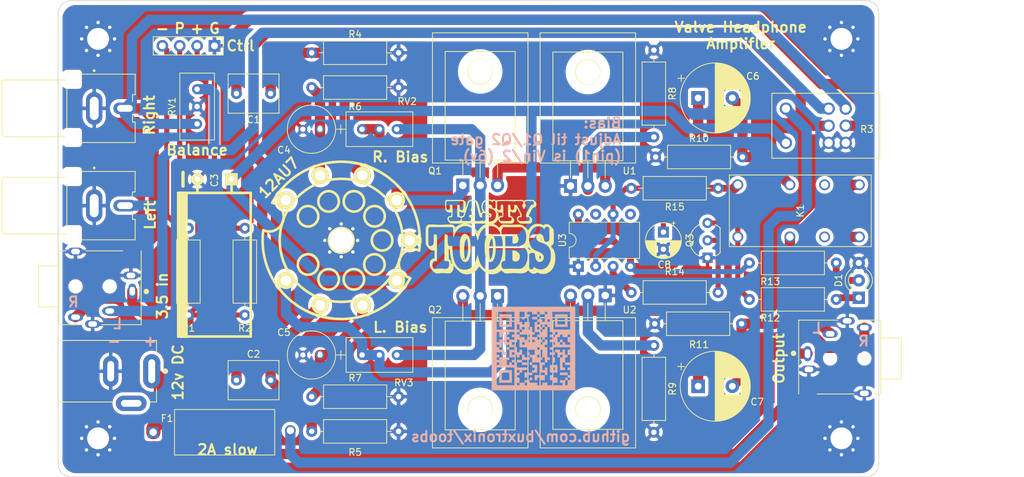
<source format=kicad_pcb>
(kicad_pcb (version 20211014) (generator pcbnew)
  (layers (0 "F.Cu" signal) (31 "B.Cu" signal) (34 "B.Paste" user) (35 "F.Paste" user) (36 "B.SilkS" user "B.Silkscreen") (37 "F.SilkS" user "F.Silkscreen") (38 "B.Mask" user) (39 "F.Mask" user) (44 "Edge.Cuts" user))
  (net 0 "")
  (net 1 "Net-(C1-Pad1)")
  (net 2 "Net-(C1-Pad2)")
  (net 3 "Net-(C2-Pad1)")
  (net 4 "GND")
  (net 5 "Net-(C4-Pad1)")
  (net 6 "Net-(C6-Pad1)")
  (net 7 "Net-(C7-Pad1)")
  (net 8 "Net-(C7-Pad2)")
  (net 9 "Net-(C8-Pad1)")
  (net 10 "Net-(F1-Pad2)")
  (net 11 "+12V")
  (net 13 "Net-(Q1-Pad1)")
  (net 14 "Net-(Q2-Pad1)")
  (net 15 "Net-(Q3-Pad2)")
  (net 16 "Net-(R8-Pad2)")
  (net 20 "Net-(D1-Pad2)")
  (net 22 "Net-(K1-Pad1)")
  (net 23 "Net-(D1-Pad1)")
  (net 24 "Net-(F1-Pad1)")
  (net 25 "Net-(J1-Pad2)")
  (net 26 "Net-(C2-Pad2)")
  (net 27 "Net-(C5-Pad1)")
  (net 28 "Net-(C6-Pad2)")
  (net 29 "Net-(J2-Pad2)")
  (net 30 "Net-(J3-Pad1)")
  (net 32 "Net-(J6-Pad2)")
  (net 33 "Net-(J6-Pad4)")
  (net 34 "Net-(R9-Pad2)")
  (net 35 "Net-(R14-Pad2)")
  (net 36 "Net-(J5-Pad2)")
  (net 37 "Net-(J5-Pad4)")
  (footprint "Package_TO_SOT_THT:TO-220-3_Horizontal_TabDown" (layer "F.Cu") (at 162.56 66.21145)
    (fp_text reference "U1")
    (fp_text value "LM317_TO-220")
  )
  (footprint "heatsink:heatsink_19x13mm" (layer "F.Cu") (at 149.352 94.996 180)
    (fp_text reference "HS2" hide)
    (fp_text value "Heatsink")
  )
  (footprint "Resistor_THT:R_Axial_DIN0309_L9.0mm_D3.2mm_P12.70mm_Horizontal" (layer "F.Cu") (at 174.877349 86.36)
    (fp_text reference "R11")
    (fp_text value "1k")
  )
  (footprint "Resistor_THT:R_Axial_DIN0309_L9.0mm_D3.2mm_P12.70mm_Horizontal" (layer "F.Cu") (at 124.714 51.816)
    (fp_text reference "R6")
    (fp_text value "150")
  )
  (footprint "Resistor_THT:R_Axial_DIN0309_L9.0mm_D3.2mm_P12.70mm_Horizontal" (layer "F.Cu") (at 174.752 102.235 90)
    (fp_text reference "R9")
    (fp_text value "10")
  )
  (footprint "Resistor_THT:R_Axial_DIN0309_L9.0mm_D3.2mm_P12.70mm_Horizontal" (layer "F.Cu") (at 175.006 61.976)
    (fp_text reference "R10")
    (fp_text value "1k")
  )
  (footprint "rca:CUI_RCJ-042" (layer "F.Cu") (at 88.9 54.864 180)
    (fp_text reference "J1" hide)
    (fp_text value "RCJ-042")
    (fp_line (start -1.7 -5.15) (end -1.7 -3.35) (layer "Edge.Cuts") (width 0.01))
    (fp_line (start -1.7 -3.35) (end 0 -3.35) (layer "Edge.Cuts") (width 0.01))
    (fp_line (start -1.7 5.15) (end 0 5.15) (layer "Edge.Cuts") (width 0.01))
    (fp_line (start 0 3.35) (end -1.7 3.35) (layer "Edge.Cuts") (width 0.01))
    (fp_line (start 0 -3.35) (end 0 -5.15) (layer "Edge.Cuts") (width 0.01))
    (fp_line (start 0 -5.15) (end -1.7 -5.15) (layer "Edge.Cuts") (width 0.01))
    (fp_line (start 0 5.15) (end 0 3.35) (layer "Edge.Cuts") (width 0.01))
    (fp_line (start -1.7 3.35) (end -1.7 5.15) (layer "Edge.Cuts") (width 0.01))
  )
  (footprint "footprints:PC323-12L-X" (layer "F.Cu") (at 187.0251 73.66 90)
    (fp_text reference "K1")
    (fp_text value "6-1462034-7" hide)
  )
  (footprint "Resistor_THT:R_Axial_DIN0309_L9.0mm_D3.2mm_P12.70mm_Horizontal" (layer "F.Cu") (at 114.935 72.39 -90)
    (fp_text reference "R2")
    (fp_text value "1k")
  )
  (footprint "Resistor_THT:R_Axial_DIN0309_L9.0mm_D3.2mm_P12.70mm_Horizontal" (layer "F.Cu") (at 201.422 82.804 180)
    (fp_text reference "R12")
    (fp_text value "1k")
  )
  (footprint "w_capacitors:CP_10x20mm_horiz-L" (layer "F.Cu") (at 110.49 65.22975 90)
    (fp_text reference "C3")
    (fp_text value "1000u" hide)
  )
  (footprint "Resistor_THT:R_Axial_DIN0309_L9.0mm_D3.2mm_P12.70mm_Horizontal" (layer "F.Cu") (at 174.752 46.355 -90)
    (fp_text reference "R8")
    (fp_text value "10")
  )
  (footprint "Resistor_THT:R_Axial_DIN0309_L9.0mm_D3.2mm_P12.70mm_Horizontal" (layer "F.Cu") (at 124.714 46.736)
    (fp_text reference "R4")
    (fp_text value "100k")
  )
  (footprint "Connector_PinHeader_2.54mm:PinHeader_1x04_P2.54mm_Vertical" (layer "F.Cu") (at 110.49 45.72 -90)
    (fp_text reference "J5" hide)
    (fp_text value "Conn_01x04")
  )
  (footprint "Resistor_THT:R_Axial_DIN0309_L9.0mm_D3.2mm_P12.70mm_Horizontal" (layer "F.Cu") (at 124.714 102.108)
    (fp_text reference "R5")
    (fp_text value "100k")
  )
  (footprint "MountingHole:MountingHole_3.2mm_M3_Pad_Via" (layer "F.Cu") (at 202.184 103.124)
    (fp_text reference "H4" hide)
    (fp_text value "MountingHole_Pad")
  )
  (footprint "Resistor_THT:R_Axial_DIN0309_L9.0mm_D3.2mm_P12.70mm_Horizontal" (layer "F.Cu") (at 184.15 66.548 180)
    (fp_text reference "R15")
    (fp_text value "47k")
  )
  (footprint "Resistor_THT:R_Axial_DIN0309_L9.0mm_D3.2mm_P12.70mm_Horizontal" (layer "F.Cu") (at 106.68 72.39 -90)
    (fp_text reference "R1")
    (fp_text value "1k")
  )
  (footprint "MountingHole:MountingHole_3.2mm_M3_Pad_Via" (layer "F.Cu") (at 129.032 74.168)
    (fp_text reference "H5" hide)
    (fp_text value "MountingHole_Pad")
  )
  (footprint "MountingHole:MountingHole_3.2mm_M3_Pad_Via" (layer "F.Cu") (at 93.472 103.124)
    (fp_text reference "H3" hide)
    (fp_text value "MountingHole_Pad")
  )
  (footprint "Capacitor_THT:CP_Radial_D10.0mm_P5.00mm" (layer "F.Cu") (at 181.227349 53.34)
    (fp_text reference "C6")
    (fp_text value "470u")
  )
  (footprint "rubycon:25ZL100MEFCT16.3X11" (layer "F.Cu") (at 125.923113 90.932 180)
    (fp_text reference "C5")
    (fp_text value "100u" hide)
  )
  (footprint "Capacitor_THT:CP_Radial_D5.0mm_P2.50mm" (layer "F.Cu") (at 176.144 72.962888 -90)
    (fp_text reference "C8")
    (fp_text value "47u")
  )
  (footprint "Capacitor_THT:C_Rect_L7.2mm_W5.5mm_P5.00mm_FKS2_FKP2_MKS2_MKP2" (layer "F.Cu") (at 113.705 94.615)
    (fp_text reference "C2")
    (fp_text value "2.2u")
  )
  (footprint "heatsink:heatsink_19x13mm" (layer "F.Cu") (at 165.1 53.34)
    (fp_text reference "HS4" hide)
    (fp_text value "Heatsink")
  )
  (footprint "fuses:3JS 1-R" (layer "F.Cu") (at 101.524 102.235)
    (fp_text reference "F1")
    (fp_text value "3JS-2-R" hide)
  )
  (footprint "rubycon:25ZL100MEFCT16.3X11" (layer "F.Cu") (at 125.923113 57.912 180)
    (fp_text reference "C4")
    (fp_text value "100u" hide)
  )
  (footprint "rca:CUI_RCJ-043" (layer "F.Cu") (at 88.9 69.088 180)
    (fp_text reference "J2" hide)
    (fp_text value "RCJ-043")
    (fp_line (start 0 -3.35) (end 0 -5.15) (layer "Edge.Cuts") (width 0.01))
    (fp_line (start -1.7 3.35) (end -1.7 5.15) (layer "Edge.Cuts") (width 0.01))
    (fp_line (start -1.7 -5.15) (end -1.7 -3.35) (layer "Edge.Cuts") (width 0.01))
    (fp_line (start -1.7 5.15) (end 0 5.15) (layer "Edge.Cuts") (width 0.01))
    (fp_line (start 0 -5.15) (end -1.7 -5.15) (layer "Edge.Cuts") (width 0.01))
    (fp_line (start 0 3.35) (end -1.7 3.35) (layer "Edge.Cuts") (width 0.01))
    (fp_line (start -1.7 -3.35) (end 0 -3.35) (layer "Edge.Cuts") (width 0.01))
    (fp_line (start 0 5.15) (end 0 3.35) (layer "Edge.Cuts") (width 0.01))
  )
  (footprint "Package_DIP:DIP-8_W7.62mm" (layer "F.Cu") (at 163.708 77.968 90)
    (fp_text reference "U3")
    (fp_text value "NE555P")
  )
  (footprint "heatsink:heatsink_19x13mm" (layer "F.Cu") (at 165.1 94.996 180)
    (fp_text reference "HS3" hide)
    (fp_text value "Heatsink")
  )
  (footprint "Potentiometer_THT:Potentiometer_Bourns_3296W_Vertical" (layer "F.Cu") (at 107.95 52.06 90)
    (fp_text reference "RV1")
    (fp_text value "50k")
  )
  (footprint "pot:TRIM_PTR902-1020K-A502" (layer "F.Cu") (at 200.312 57.404)
    (fp_text reference "R3")
    (fp_text value "PTR902-1020K-A502")
  )
  (footprint "Package_TO_SOT_THT:TO-92_Inline_Wide" (layer "F.Cu") (at 182.6 76.708 90)
    (fp_text reference "Q3")
    (fp_text value "SSN1N45")
  )
  (footprint "Package_TO_SOT_THT:TO-220-3_Horizontal_TabDown" (layer "F.Cu") (at 146.812 66.126)
    (fp_text reference "Q1")
    (fp_text value "IRF610")
  )
  (footprint "Package_TO_SOT_THT:TO-220-3_Horizontal_TabDown" (layer "F.Cu") (at 167.64 82.225 180)
    (fp_text reference "U2")
    (fp_text value "LM317_TO-220")
  )
  (footprint "Package_TO_SOT_THT:TO-220-3_Horizontal_TabDown" (layer "F.Cu") (at 151.892 82.296 180)
    (fp_text reference "Q2")
    (fp_text value "IRF610")
  )
  (footprint "3:CUI_SJ-435107" (layer "F.Cu") (at 93.7725 80.899)
    (fp_text reference "J3" hide)
    (fp_text value "SJ-435107")
  )
  (footprint "Resistor_THT:R_Axial_DIN0309_L9.0mm_D3.2mm_P12.70mm_Horizontal" (layer "F.Cu") (at 184.15 81.788 180)
    (fp_text reference "R14")
    (fp_text value "270")
  )
  (footprint "Resistor_THT:R_Axial_DIN0309_L9.0mm_D3.2mm_P12.70mm_Horizontal" (layer "F.Cu") (at 124.714 97.028)
    (fp_text reference "R7")
    (fp_text value "150")
  )
  (footprint "LOGO" (layer "F.Cu") (at 150.876 73.66)
    (fp_text reference "G***" hide)
    (fp_text value "LOGO" hide)
  )
  (footprint "Potentiometer_THT:Potentiometer_Bourns_3296W_Vertical" (layer "F.Cu") (at 132.08 90.932 180)
    (fp_text reference "RV3")
    (fp_text value "50k")
  )
  (footprint "Resistor_THT:R_Axial_DIN0309_L9.0mm_D3.2mm_P12.70mm_Horizontal" (layer "F.Cu") (at 201.422 77.47 180)
    (fp_text reference "R13")
    (fp_text value "1k")
  )
  (footprint "Potentiometer_THT:Potentiometer_Bourns_3296W_Vertical" (layer "F.Cu") (at 132.07 57.912 180)
    (fp_text reference "RV2")
    (fp_text value "50k")
  )
  (footprint "LED_THT:LED_D3.0mm-3" (layer "F.Cu") (at 204.724 82.56 90)
    (fp_text reference "D1")
    (fp_text value "LED_Dual_AAC")
  )
  (footprint "3:CUI_SJ-435107" (layer "F.Cu") (at 201.93 91.44 180)
    (fp_text reference "J6" hide)
    (fp_text value "SJ-435107")
  )
  (footprint "MountingHole:MountingHole_3.2mm_M3_Pad_Via" (layer "F.Cu") (at 202.184 44.704)
    (fp_text reference "H2" hide)
    (fp_text value "MountingHole_Pad")
  )
  (footprint "Capacitor_THT:C_Rect_L7.2mm_W5.5mm_P5.00mm_FKS2_FKP2_MKS2_MKP2" (layer "F.Cu") (at 113.705 52.705)
    (fp_text reference "C1")
    (fp_text value "2.2u")
  )
  (footprint "MountingHole:MountingHole_3.2mm_M3_Pad_Via" (layer "F.Cu") (at 93.472 44.704)
    (fp_text reference "H1" hide)
    (fp_text value "MountingHole_Pad")
  )
  (footprint "12au7:socket_gzc9-b" (layer "F.Cu") (at 129.032 74.168 -90)
    (fp_text reference "V1" hide)
    (fp_text value "12AU7")
  )
  (footprint "power:CUI_PJ-002AH" (layer "F.Cu") (at 101.3165 93.305 180)
    (fp_text reference "J4" hide)
    (fp_text value "PJ-002AH")
  )
  (footprint "heatsink:heatsink_19x13mm" (layer "F.Cu") (at 149.352 53.34)
    (fp_text reference "HS1" hide)
    (fp_text value "Heatsink")
  )
  (footprint "Capacitor_THT:CP_Radial_D10.0mm_P5.00mm" (layer "F.Cu") (at 181.227349 95.504)
    (fp_text reference "C7")
    (fp_text value "470u")
  )
  (gr_line (start 152.153938 86.817729) (end 152.153938 86.817729) (layer "B.SilkS") (width 0.025929))
  (gr_poly (pts (xy 162.136667 93.874166) (xy 161.025416 93.874166) (xy 161.025416 93.50375) (xy 162.136667 93.50375)) (layer "B.SilkS") (width 0.008) (fill solid))
  (gr_line (start 160.303104 85.002688) (end 162.118145 85.002688) (layer "B.SilkS") (width 0.025929))
  (gr_line (start 162.118145 85.002688) (end 162.118145 85.002688) (layer "B.SilkS") (width 0.025929))
  (gr_line (start 152.153938 85.002688) (end 153.968979 85.002688) (layer "B.SilkS") (width 0.025929))
  (gr_line (start 162.118145 85.002688) (end 162.118145 86.817729) (layer "B.SilkS") (width 0.025929))
  (gr_line (start 153.968979 94.966895) (end 152.153938 94.966895) (layer "B.SilkS") (width 0.025929))
  (gr_line (start 153.968979 85.002688) (end 153.968979 86.817729) (layer "B.SilkS") (width 0.025929))
  (gr_line (start 160.303104 86.817729) (end 160.303104 85.002688) (layer "B.SilkS") (width 0.025929))
  (gr_poly (pts (xy 156.950833 93.874166) (xy 156.21 93.874166) (xy 156.21 94.244583) (xy 155.839584 94.244583) (xy 155.839584 93.50375) (xy 156.950833 93.50375)) (layer "B.SilkS") (width 0.008) (fill solid))
  (gr_poly (pts (xy 156.950833 94.615) (xy 156.580417 94.615) (xy 156.580417 94.244583) (xy 156.950833 94.244583)) (layer "B.SilkS") (width 0.008) (fill solid))
  (gr_line (start 153.968979 93.151854) (end 153.968979 94.966895) (layer "B.SilkS") (width 0.025929))
  (gr_line (start 152.153938 94.966895) (end 152.153938 93.151854) (layer "B.SilkS") (width 0.025929))
  (gr_poly (pts (xy 156.21 92.3925) (xy 155.469167 92.3925) (xy 155.469167 92.022083) (xy 156.21 92.022083)) (layer "B.SilkS") (width 0.008) (fill solid))
  (gr_line (start 152.153938 86.817729) (end 152.153938 85.002688) (layer "B.SilkS") (width 0.025929))
  (gr_line (start 152.153938 94.966895) (end 152.153938 94.966895) (layer "B.SilkS") (width 0.025929))
  (gr_poly (pts (xy 158.802916 94.615) (xy 158.062083 94.615) (xy 158.062083 94.244583) (xy 157.691666 94.244583) (xy 157.691666 94.615) (xy 157.32125 94.615) (xy 157.32125 93.874166) (xy 158.802916 93.874166)) (layer "B.SilkS") (width 0.008) (fill solid))
  (gr_poly (pts (xy 163.247916 96.096666) (xy 151.024167 96.096666) (xy 151.024167 95.355833) (xy 151.765 95.355833) (xy 154.357917 95.355833) (xy 154.728334 95.355833) (xy 155.09875 95.355833) (xy 155.839584 95.355833) (xy 156.21 95.355833) (xy 156.21 94.985417) (xy 155.839584 94.985417) (xy 155.839584 95.355833) (xy 155.09875 95.355833) (xy 155.09875 94.985417) (xy 154.728334 94.985417) (xy 154.728334 95.355833) (xy 154.357917 95.355833) (xy 154.357917 94.244583) (xy 154.728334 94.244583) (xy 155.09875 94.244583) (xy 155.09875 94.985417) (xy 155.839584 94.985417) (xy 155.839584 94.615) (xy 156.580417 94.615) (xy 156.580417 94.985417) (xy 157.691666 94.985417) (xy 157.691666 95.355833) (xy 158.4325 95.355833) (xy 158.4325 94.985417) (xy 159.173333 94.985417) (xy 159.173333 95.355833) (xy 161.395833 95.355833) (xy 161.76625 95.355833) (xy 162.136667 95.355833) (xy 162.136667 94.615) (xy 162.507083 94.615) (xy 162.507083 94.244583) (xy 162.136667 94.244583) (xy 162.136667 94.615) (xy 161.76625 94.615) (xy 161.76625 95.355833) (xy 161.395833 95.355833) (xy 161.395833 94.985417) (xy 161.025416 94.985417) (xy 161.025416 94.615) (xy 161.76625 94.615) (xy 161.76625 94.244583) (xy 162.136667 94.244583) (xy 162.136667 93.874166) (xy 162.507083 93.874166) (xy 162.507083 93.133333) (xy 162.136667 93.133333) (xy 162.136667 92.762916) (xy 162.507083 92.762916) (xy 162.507083 92.3925) (xy 161.76625 92.3925) (xy 161.76625 92.022083) (xy 162.507083 92.022083) (xy 162.507083 90.910833) (xy 162.136667 90.910833) (xy 162.136667 91.28125) (xy 161.76625 91.28125) (xy 161.76625 92.022083) (xy 161.395833 92.022083) (xy 161.395833 92.762916) (xy 161.76625 92.762916) (xy 161.76625 93.133333) (xy 161.025416 93.133333) (xy 161.025416 91.28125) (xy 161.395833 91.28125) (xy 161.395833 90.910833) (xy 161.025416 90.910833) (xy 161.025416 91.28125) (xy 160.655 91.28125) (xy 160.655 90.540416) (xy 160.284583 90.540416) (xy 160.284583 90.17) (xy 161.025416 90.17) (xy 161.025416 90.540416) (xy 161.395833 90.540416) (xy 161.395833 90.17) (xy 161.76625 90.17) (xy 161.76625 90.910833) (xy 162.136667 90.910833) (xy 162.136667 90.17) (xy 162.507083 90.17) (xy 162.507083 89.799583) (xy 159.914166 89.799583) (xy 159.914166 89.429167) (xy 160.284583 89.429167) (xy 161.025416 89.429167) (xy 161.395833 89.429167) (xy 161.395833 89.05875) (xy 161.025416 89.05875) (xy 161.025416 89.429167) (xy 160.284583 89.429167) (xy 160.284583 89.05875) (xy 160.655 89.05875) (xy 161.025416 89.05875) (xy 161.025416 88.688334) (xy 161.395833 88.688334) (xy 161.395833 89.05875) (xy 161.76625 89.05875) (xy 161.76625 89.429167) (xy 162.507083 89.429167) (xy 162.507083 89.05875) (xy 162.136667 89.05875) (xy 162.136667 88.317917) (xy 162.507083 88.317917) (xy 162.507083 87.9475) (xy 162.136667 87.9475) (xy 162.136667 88.317917) (xy 161.395833 88.317917) (xy 161.395833 87.9475) (xy 161.025416 87.9475) (xy 161.025416 88.317917) (xy 160.655 88.317917) (xy 160.655 89.05875) (xy 160.284583 89.05875) (xy 159.54375 89.05875) (xy 159.54375 88.688334) (xy 159.914166 88.688334) (xy 159.914166 88.317917) (xy 160.284583 88.317917) (xy 160.284583 87.9475) (xy 160.655 87.9475) (xy 160.655 87.577084) (xy 160.284583 87.577084) (xy 160.284583 87.9475) (xy 159.914166 87.9475) (xy 159.914166 88.317917) (xy 159.54375 88.317917) (xy 159.54375 87.9475) (xy 159.914166 87.9475) (xy 159.914166 87.577084) (xy 159.54375 87.577084) (xy 159.54375 87.206667) (xy 159.914166 87.206667) (xy 162.507083 87.206667) (xy 162.507083 84.61375) (xy 159.914166 84.61375) (xy 159.914166 87.206667) (xy 159.54375 87.206667) (xy 159.54375 86.83625) (xy 159.173333 86.83625) (xy 159.173333 88.317917) (xy 158.802916 88.317917) (xy 158.802916 88.688334) (xy 159.173333 88.688334) (xy 159.173333 89.429167) (xy 158.802916 89.429167) (xy 158.802916 89.799583) (xy 159.173333 89.799583) (xy 159.173333 91.28125) (xy 159.54375 91.28125) (xy 159.54375 91.651666) (xy 159.173333 91.651666) (xy 159.173333 92.022083) (xy 158.802916 92.022083) (xy 158.802916 92.3925) (xy 158.4325 92.3925) (xy 158.4325 93.133333) (xy 158.802916 93.133333) (xy 158.802916 92.762916) (xy 159.173333 92.762916) (xy 159.173333 93.874166) (xy 158.802916 93.874166) (xy 158.802916 93.50375) (xy 158.062083 93.50375) (xy 158.062083 92.022083) (xy 158.802916 92.022083) (xy 158.802916 91.28125) (xy 158.4325 91.28125) (xy 158.4325 91.651666) (xy 158.062083 91.651666) (xy 158.062083 92.022083) (xy 156.950833 92.022083) (xy 156.950833 91.28125) (xy 157.691666 91.28125) (xy 158.4325 91.28125) (xy 158.4325 90.17) (xy 158.062083 90.17) (xy 158.062083 90.910833) (xy 157.691666 90.910833) (xy 157.691666 91.28125) (xy 156.950833 91.28125) (xy 156.580417 91.28125) (xy 156.580417 91.651666) (xy 155.469167 91.651666) (xy 155.469167 92.022083) (xy 154.728334 92.022083) (xy 154.728334 92.762916) (xy 156.21 92.762916) (xy 156.21 93.133333) (xy 155.469167 93.133333) (xy 155.469167 93.50375) (xy 155.09875 93.50375) (xy 155.09875 93.874166) (xy 154.728334 93.874166) (xy 154.728334 94.244583) (xy 154.357917 94.244583) (xy 154.357917 93.50375) (xy 154.728334 93.50375) (xy 155.09875 93.50375) (xy 155.09875 93.133333) (xy 154.728334 93.133333) (xy 154.728334 93.50375) (xy 154.357917 93.50375) (xy 154.357917 92.762916) (xy 151.765 92.762916) (xy 151.765 95.355833) (xy 151.024167 95.355833) (xy 151.024167 92.3925) (xy 151.765 92.3925) (xy 152.135417 92.3925) (xy 153.246667 92.3925) (xy 153.617084 92.3925) (xy 153.9875 92.3925) (xy 154.357917 92.3925) (xy 154.357917 92.022083) (xy 153.9875 92.022083) (xy 153.9875 92.3925) (xy 153.617084 92.3925) (xy 153.617084 92.022083) (xy 153.9875 92.022083) (xy 153.9875 91.651666) (xy 154.357917 91.651666) (xy 154.357917 92.022083) (xy 154.728334 92.022083) (xy 154.728334 91.651666) (xy 155.469167 91.651666) (xy 155.469167 90.910833) (xy 155.09875 90.910833) (xy 155.09875 91.28125) (xy 154.728334 91.28125) (xy 154.728334 90.910833) (xy 154.357917 90.910833) (xy 154.357917 91.28125) (xy 153.617084 91.28125) (xy 153.617084 91.651666) (xy 153.246667 91.651666) (xy 153.246667 92.3925) (xy 152.135417 92.3925) (xy 152.135417 92.022083) (xy 151.765 92.022083) (xy 151.765 92.3925) (xy 151.024167 92.3925) (xy 151.024167 91.651666) (xy 151.765 91.651666) (xy 152.135417 91.651666) (xy 152.135417 91.28125) (xy 151.765 91.28125) (xy 151.765 91.651666) (xy 151.024167 91.651666) (xy 151.024167 90.910833) (xy 151.765 90.910833) (xy 152.135417 90.910833) (xy 152.135417 91.28125) (xy 153.617084 91.28125) (xy 153.617084 90.910833) (xy 153.9875 90.910833) (xy 154.357917 90.910833) (xy 154.357917 90.540416) (xy 153.9875 90.540416) (xy 153.9875 90.910833) (xy 153.617084 90.910833) (xy 153.617084 90.17) (xy 154.357917 90.17) (xy 154.357917 89.799583) (xy 153.617084 89.799583) (xy 153.617084 90.17) (xy 153.246667 90.17) (xy 153.246667 89.799583) (xy 153.617084 89.799583) (xy 153.617084 89.429167) (xy 153.9875 89.429167) (xy 154.357917 89.429167) (xy 154.357917 89.799583) (xy 154.728334 89.799583) (xy 154.728334 90.540416) (xy 155.09875 90.540416) (xy 155.09875 90.17) (xy 155.469167 90.17) (xy 155.469167 90.910833) (xy 155.839584 90.910833) (xy 155.839584 91.28125) (xy 156.580417 91.28125) (xy 156.580417 90.910833) (xy 157.32125 90.910833) (xy 157.32125 90.17) (xy 157.691666 90.17) (xy 158.062083 90.17) (xy 158.062083 89.799583) (xy 157.691666 89.799583) (xy 157.691666 90.17) (xy 157.32125 90.17) (xy 156.21 90.17) (xy 156.21 89.799583) (xy 155.09875 89.799583) (xy 155.09875 89.429167) (xy 155.469167 89.429167) (xy 155.839584 89.429167) (xy 158.062083 89.429167) (xy 158.4325 89.429167) (xy 158.4325 89.05875) (xy 158.802916 89.05875) (xy 158.802916 88.688334) (xy 158.4325 88.688334) (xy 158.4325 89.05875) (xy 158.062083 89.05875) (xy 158.062083 89.429167) (xy 155.839584 89.429167) (xy 155.839584 89.05875) (xy 156.21 89.05875) (xy 156.580417 89.05875) (xy 156.950833 89.05875) (xy 157.32125 89.05875) (xy 157.32125 88.688334) (xy 157.691666 88.688334) (xy 158.4325 88.688334) (xy 158.4325 88.317917) (xy 157.691666 88.317917) (xy 157.691666 88.688334) (xy 157.32125 88.688334) (xy 156.950833 88.688334) (xy 156.950833 89.05875) (xy 156.580417 89.05875) (xy 156.580417 88.688334) (xy 156.21 88.688334) (xy 156.21 89.05875) (xy 155.839584 89.05875) (xy 155.469167 89.05875) (xy 155.469167 89.429167) (xy 155.09875 89.429167) (xy 155.09875 88.688334) (xy 154.728334 88.688334) (xy 154.728334 89.05875) (xy 153.9875 89.05875) (xy 153.9875 89.429167) (xy 153.617084 89.429167) (xy 152.87625 89.429167) (xy 152.87625 89.05875) (xy 153.246667 89.05875) (xy 153.617084 89.05875) (xy 153.617084 88.688334) (xy 153.246667 88.688334) (xy 153.246667 89.05875) (xy 152.87625 89.05875) (xy 152.505834 89.05875) (xy 152.505834 89.799583) (xy 152.135417 89.799583) (xy 152.135417 90.17) (xy 152.87625 90.17) (xy 152.87625 90.540416) (xy 153.246667 90.540416) (xy 153.246667 90.910833) (xy 152.505834 90.910833) (xy 152.505834 90.540416) (xy 151.765 90.540416) (xy 151.765 90.910833) (xy 151.024167 90.910833) (xy 151.024167 89.799583) (xy 151.765 89.799583) (xy 152.135417 89.799583) (xy 152.135417 89.429167) (xy 151.765 89.429167) (xy 151.765 89.799583) (xy 151.024167 89.799583) (xy 151.024167 89.05875) (xy 151.765 89.05875) (xy 152.135417 89.05875) (xy 152.135417 88.688334) (xy 152.87625 88.688334) (xy 152.87625 88.317917) (xy 153.246667 88.317917) (xy 153.617084 88.317917) (xy 153.617084 88.688334) (xy 154.357917 88.688334) (xy 154.357917 88.317917) (xy 155.09875 88.317917) (xy 155.839584 88.317917) (xy 155.839584 88.688334) (xy 156.21 88.688334) (xy 156.21 88.317917) (xy 156.580417 88.317917) (xy 156.950833 88.317917) (xy 157.691666 88.317917) (xy 157.691666 87.9475) (xy 158.062083 87.9475) (xy 158.062083 87.577084) (xy 158.4325 87.577084) (xy 158.4325 87.206667) (xy 158.802916 87.206667) (xy 158.802916 86.83625) (xy 159.173333 86.83625) (xy 159.173333 86.465834) (xy 158.802916 86.465834) (xy 158.802916 86.83625) (xy 158.4325 86.83625) (xy 158.4325 87.206667) (xy 158.062083 87.206667) (xy 158.062083 87.577084) (xy 157.32125 87.577084) (xy 157.32125 87.9475) (xy 156.950833 87.9475) (xy 156.950833 88.317917) (xy 156.580417 88.317917) (xy 156.580417 87.9475) (xy 155.09875 87.9475) (xy 155.09875 88.317917) (xy 154.357917 88.317917) (xy 153.9875 88.317917) (xy 153.9875 87.9475) (xy 154.357917 87.9475) (xy 154.728334 87.9475) (xy 155.09875 87.9475) (xy 155.09875 87.577084) (xy 155.469167 87.577084) (xy 155.469167 87.206667) (xy 155.839584 87.206667) (xy 156.21 87.206667) (xy 156.580417 87.206667) (xy 156.580417 86.83625) (xy 156.21 86.83625) (xy 156.21 87.206667) (xy 155.839584 87.206667) (xy 155.839584 86.83625) (xy 155.469167 86.83625) (xy 155.469167 87.206667) (xy 155.09875 87.206667) (xy 155.09875 87.577084) (xy 154.728334 87.577084) (xy 154.728334 87.9475) (xy 154.357917 87.9475) (xy 154.357917 87.577084) (xy 153.617084 87.577084) (xy 153.617084 87.9475) (xy 153.246667 87.9475) (xy 153.246667 88.317917) (xy 152.87625 88.317917) (xy 152.87625 87.9475) (xy 153.246667 87.9475) (xy 153.246667 87.577084) (xy 152.87625 87.577084) (xy 152.87625 87.9475) (xy 152.505834 87.9475) (xy 152.505834 88.317917) (xy 152.135417 88.317917) (xy 152.135417 87.577084) (xy 151.765 87.577084) (xy 151.765 89.05875) (xy 151.024167 89.05875) (xy 151.024167 87.206667) (xy 151.765 87.206667) (xy 154.357917 87.206667) (xy 154.728334 87.206667) (xy 155.09875 87.206667) (xy 155.09875 86.465834) (xy 154.728334 86.465834) (xy 154.728334 87.206667) (xy 154.357917 87.206667) (xy 154.357917 86.095417) (xy 155.09875 86.095417) (xy 155.469167 86.095417) (xy 155.469167 86.465834) (xy 155.839584 86.465834) (xy 155.839584 86.095417) (xy 156.580417 86.095417) (xy 156.580417 86.83625) (xy 156.950833 86.83625) (xy 156.950833 87.577084) (xy 157.32125 87.577084) (xy 157.32125 87.206667) (xy 157.691666 87.206667) (xy 158.062083 87.206667) (xy 158.062083 86.83625) (xy 158.4325 86.83625) (xy 158.4325 86.465834) (xy 158.062083 86.465834) (xy 158.062083 86.83625) (xy 157.691666 86.83625) (xy 157.691666 87.206667) (xy 157.32125 87.206667) (xy 157.32125 86.465834) (xy 157.691666 86.465834) (xy 158.062083 86.465834) (xy 158.062083 86.095417) (xy 157.691666 86.095417) (xy 157.691666 86.465834) (xy 157.32125 86.465834) (xy 157.32125 86.095417) (xy 157.691666 86.095417) (xy 157.691666 85.725) (xy 158.4325 85.725) (xy 158.4325 86.095417) (xy 158.802916 86.095417) (xy 159.173333 86.095417) (xy 159.54375 86.095417) (xy 159.54375 85.725) (xy 159.173333 85.725) (xy 159.173333 86.095417) (xy 158.802916 86.095417) (xy 158.802916 84.984167) (xy 159.173333 84.984167) (xy 159.173333 84.61375) (xy 158.802916 84.61375) (xy 158.802916 84.984167) (xy 158.062083 84.984167) (xy 158.062083 85.354584) (xy 157.691666 85.354584) (xy 157.691666 85.725) (xy 156.950833 85.725) (xy 156.950833 85.354584) (xy 157.691666 85.354584) (xy 157.691666 84.984167) (xy 158.062083 84.984167) (xy 158.062083 84.61375) (xy 157.691666 84.61375) (xy 157.691666 84.984167) (xy 156.950833 84.984167) (xy 156.950833 84.61375) (xy 156.21 84.61375) (xy 156.21 84.984167) (xy 156.580417 84.984167) (xy 156.580417 85.354584) (xy 155.839584 85.354584) (xy 155.839584 84.61375) (xy 155.09875 84.61375) (xy 155.09875 86.095417) (xy 154.357917 86.095417) (xy 154.357917 84.61375) (xy 151.765 84.61375) (xy 151.765 87.206667) (xy 151.024167 87.206667) (xy 151.024167 83.872917) (xy 163.247916 83.872917)) (layer "B.SilkS") (width 0.008) (fill solid))
  (gr_poly (pts (xy 157.691666 93.50375) (xy 156.950833 93.50375) (xy 156.950833 93.133333) (xy 157.32125 93.133333) (xy 157.32125 92.762916) (xy 156.950833 92.762916) (xy 156.950833 92.3925) (xy 157.691666 92.3925)) (layer "B.SilkS") (width 0.008) (fill solid))
  (gr_poly (pts (xy 159.914166 94.244583) (xy 160.655 94.244583) (xy 160.655 94.985417) (xy 159.914166 94.985417) (xy 159.914166 94.615) (xy 159.54375 94.615) (xy 159.54375 93.874166) (xy 159.914166 93.874166)) (layer "B.SilkS") (width 0.008) (fill solid))
  (gr_line (start 160.303104 86.817729) (end 160.303104 86.817729) (layer "B.SilkS") (width 0.025929))
  (gr_line (start 153.968979 86.817729) (end 152.153938 86.817729) (layer "B.SilkS") (width 0.025929))
  (gr_poly (pts (xy 162.118145 86.817729) (xy 160.303104 86.817729) (xy 160.303104 86.465834) (xy 160.655 86.465834) (xy 161.76625 86.465834) (xy 161.76625 85.354584) (xy 160.655 85.354584) (xy 160.655 86.465834) (xy 160.303104 86.465834) (xy 160.303104 85.002688) (xy 162.118145 85.002688)) (layer "B.SilkS") (width 0.008) (fill solid))
  (gr_poly (pts (xy 153.968979 86.817729) (xy 152.153938 86.817729) (xy 152.153938 86.465834) (xy 152.505834 86.465834) (xy 153.617084 86.465834) (xy 153.617084 85.354584) (xy 152.505834 85.354584) (xy 152.505834 86.465834) (xy 152.153938 86.465834) (xy 152.153938 85.002688) (xy 153.968979 85.002688)) (layer "B.SilkS") (width 0.008) (fill solid))
  (gr_poly (pts (xy 160.655 93.50375) (xy 159.54375 93.50375) (xy 159.54375 93.133333) (xy 159.914166 93.133333) (xy 160.284583 93.133333) (xy 160.284583 92.762916) (xy 159.914166 92.762916) (xy 159.914166 93.133333) (xy 159.54375 93.133333) (xy 159.54375 92.3925) (xy 160.655 92.3925)) (layer "B.SilkS") (width 0.008) (fill solid))
  (gr_line (start 153.968979 85.002688) (end 153.968979 85.002688) (layer "B.SilkS") (width 0.025929))
  (gr_line (start 153.968979 94.966895) (end 153.968979 94.966895) (layer "B.SilkS") (width 0.025929))
  (gr_line (start 153.968979 93.151854) (end 153.968979 93.151854) (layer "B.SilkS") (width 0.025929))
  (gr_poly (pts (xy 156.580417 90.910833) (xy 156.21 90.910833) (xy 156.21 90.540416) (xy 156.580417 90.540416)) (layer "B.SilkS") (width 0.008) (fill solid))
  (gr_poly (pts (xy 155.839584 85.725) (xy 155.469167 85.725) (xy 155.469167 85.354584) (xy 155.839584 85.354584)) (layer "B.SilkS") (width 0.008) (fill solid))
  (gr_poly (pts (xy 160.284583 90.910833) (xy 159.54375 90.910833) (xy 159.54375 90.540416) (xy 160.284583 90.540416)) (layer "B.SilkS") (width 0.008) (fill solid))
  (gr_poly (pts (xy 160.284583 92.022083) (xy 159.914166 92.022083) (xy 159.914166 91.28125) (xy 160.284583 91.28125)) (layer "B.SilkS") (width 0.008) (fill solid))
  (gr_line (start 162.118145 86.817729) (end 162.118145 86.817729) (layer "B.SilkS") (width 0.025929))
  (gr_line (start 153.968979 86.817729) (end 153.968979 86.817729) (layer "B.SilkS") (width 0.025929))
  (gr_poly (pts (xy 156.950833 92.3925) (xy 156.580417 92.3925) (xy 156.580417 92.022083) (xy 156.950833 92.022083)) (layer "B.SilkS") (width 0.008) (fill solid))
  (gr_poly (pts (xy 153.968979 94.966895) (xy 152.153938 94.966895) (xy 152.153938 94.615) (xy 152.505834 94.615) (xy 153.617084 94.615) (xy 153.617084 93.50375) (xy 152.505834 93.50375) (xy 152.505834 94.615) (xy 152.153938 94.615) (xy 152.153938 93.151854) (xy 153.968979 93.151854)) (layer "B.SilkS") (width 0.008) (fill solid))
  (gr_poly (pts (xy 159.914166 90.17) (xy 159.54375 90.17) (xy 159.54375 89.799583) (xy 159.914166 89.799583)) (layer "B.SilkS") (width 0.008) (fill solid))
  (gr_line (start 152.153938 93.151854) (end 153.968979 93.151854) (layer "B.SilkS") (width 0.025929))
  (gr_line (start 162.118145 86.817729) (end 160.303104 86.817729) (layer "B.SilkS") (width 0.025929))
  (gr_line (start 205.74 39.066038) (end 89.535 39.116) (layer "Edge.Cuts") (width 0.1))
  (gr_line (start 207.645 106.856962) (end 207.645 40.971038) (layer "Edge.Cuts") (width 0.1))
  (gr_line (start 87.63 41.021) (end 87.63 106.856962) (layer "Edge.Cuts") (width 0.1))
  (gr_arc (start 205.74 39.066038) (mid 207.087038 39.624) (end 207.645 40.971038) (layer "Edge.Cuts") (width 0.1))
  (gr_arc (start 89.535 108.761962) (mid 88.187962 108.204) (end 87.63 106.856962) (layer "Edge.Cuts") (width 0.1))
  (gr_arc (start 87.63 41.021) (mid 88.187962 39.673962) (end 89.535 39.116) (layer "Edge.Cuts") (width 0.1))
  (gr_arc (start 207.645 106.856962) (mid 207.087038 108.204) (end 205.74 108.761962) (layer "Edge.Cuts") (width 0.1))
  (gr_line (start 89.535 108.761962) (end 205.74 108.761962) (layer "Edge.Cuts") (width 0.1))
  (gr_text "R" (at 90.805 83.185) (layer "B.SilkS") (effects (font (size 1.5 1.5) (thickness 0.3)) (justify left mirror)))
  (gr_text "Bias:\nAdjust til Q1/Q2 gate\n(pin1) is Vin/2 (6v)." (at 170.18 59.436) (layer "B.SilkS") (effects (font (size 1.5 1.5) (thickness 0.3)) (justify left mirror)))
  (gr_text "L" (at 199.39 86.995) (layer "B.SilkS") (effects (font (size 1.5 1.5) (thickness 0.3)) (justify left mirror)))
  (gr_text "R" (at 206.375 88.9) (layer "B.SilkS") (effects (font (size 1.5 1.5) (thickness 0.3)) (justify left mirror)))
  (gr_text "L" (at 97.155 86.36) (layer "B.SilkS") (effects (font (size 1.5 1.5) (thickness 0.3)) (justify left mirror)))
  (gr_text "github.com/buxtronix/toobs" (at 171.45 102.87) (layer "B.SilkS") (effects (font (size 1.5 1.5) (thickness 0.3)) (justify left mirror)))
  (gr_text "+   -" (at 102.235 88.9) (layer "B.SilkS") (effects (font (size 1.5 1.5) (thickness 0.3)) (justify left mirror)))
  (gr_text "Balance" (at 107.95 60.96) (layer "F.SilkS") (effects (font (size 1.5 1.5) (thickness 0.3))))
  (gr_text "G" (at 110.49 43.18) (layer "F.SilkS") (effects (font (size 1.5 1.5) (thickness 0.3))))
  (gr_text "Output" (at 193.04 91.44 90) (layer "F.SilkS") (effects (font (size 1.5 1.5) (thickness 0.3))))
  (gr_text "+" (at 107.95 43.18) (layer "F.SilkS") (effects (font (size 1.5 1.5) (thickness 0.3))))
  (gr_text "Right" (at 100.965 55.88 90) (layer "F.SilkS") (effects (font (size 1.5 1.5) (thickness 0.3))))
  (gr_text "Valve Headphone\nAmplifler" (at 187.452 44.196) (layer "F.SilkS") (effects (font (size 1.5 1.5) (thickness 0.3))))
  (gr_text "P" (at 105.41 43.18) (layer "F.SilkS") (effects (font (size 1.5 1.5) (thickness 0.3))))
  (gr_text "Left" (at 101.092 70.485 90) (layer "F.SilkS") (effects (font (size 1.5 1.5) (thickness 0.3))))
  (gr_text "2A slow" (at 112.395 104.775) (layer "F.SilkS") (effects (font (size 1.5 1.5) (thickness 0.3))))
  (gr_text "3.5 in" (at 102.87 82.296 90) (layer "F.SilkS") (effects (font (size 1.5 1.5) (thickness 0.3))))
  (gr_text "R. Bias" (at 137.668 61.976) (layer "F.SilkS") (effects (font (size 1.5 1.5) (thickness 0.3))))
  (gr_text "12v DC" (at 105.156 93.472 90) (layer "F.SilkS") (effects (font (size 1.5 1.5) (thickness 0.3))))
  (gr_text "Ctrl" (at 114.3 45.72) (layer "F.SilkS") (effects (font (size 1.5 1.5) (thickness 0.3))))
  (gr_text "L. Bias" (at 137.668 86.868) (layer "F.SilkS") (effects (font (size 1.5 1.5) (thickness 0.3))))
  (gr_text "-" (at 102.87 43.18) (layer "F.SilkS") (effects (font (size 1.5 1.5) (thickness 0.3))))
  (segment (start 202.184 51.308) (end 205.232 54.356) (width 1.5) (layer "F.Cu") (net 1))
  (segment (start 204.724 57.404) (end 202.812 57.404) (width 1.5) (layer "F.Cu") (net 1))
  (segment (start 205.232 54.356) (end 205.232 56.896) (width 1.5) (layer "F.Cu") (net 1))
  (segment (start 199.263 51.308) (end 202.184 51.308) (width 1.5) (layer "F.Cu") (net 1))
  (segment (start 189.865 41.91) (end 199.263 51.308) (width 1.5) (layer "F.Cu") (net 1))
  (segment (start 115.57 41.91) (end 113.705 43.775) (width 1.5) (layer "F.Cu") (net 1))
  (segment (start 189.484 41.91) (end 115.57 41.91) (width 1.5) (layer "F.Cu") (net 1))
  (segment (start 205.232 56.896) (end 204.724 57.404) (width 1.5) (layer "F.Cu") (net 1))
  (segment (start 113.705 43.775) (end 113.705 52.705) (width 1.5) (layer "F.Cu") (net 1))
  (segment (start 119.634 46.736) (end 118.705 47.665) (width 1.5) (layer "F.Cu") (net 2))
  (segment (start 128.016 46.736) (end 124.714 46.736) (width 1.5) (layer "F.Cu") (net 2))
  (segment (start 124.714 46.736) (end 119.634 46.736) (width 1.5) (layer "F.Cu") (net 2))
  (segment (start 129.54 48.26) (end 128.016 46.736) (width 1.5) (layer "F.Cu") (net 2))
  (segment (start 129.54 62.08014) (end 129.54 48.26) (width 1.5) (layer "F.Cu") (net 2))
  (segment (start 118.705 47.665) (end 118.705 52.705) (width 1.5) (layer "F.Cu") (net 2))
  (segment (start 132.1181 64.65824) (end 129.54 62.08014) (width 1.5) (layer "F.Cu") (net 2))
  (segment (start 117.475 62.865) (end 116.205 61.595) (width 1.5) (layer "F.Cu") (net 3))
  (segment (start 117.475 86.36) (end 117.475 62.865) (width 1.5) (layer "F.Cu") (net 3))
  (segment (start 116.205 45.72) (end 118.11 43.815) (width 1.5) (layer "F.Cu") (net 3))
  (segment (start 196.215 55.499) (end 198.12 57.404) (width 1.5) (layer "F.Cu") (net 3))
  (segment (start 198.12 57.404) (end 200.312 57.404) (width 1.5) (layer "F.Cu") (net 3))
  (segment (start 187.96 43.815) (end 196.215 52.07) (width 1.5) (layer "F.Cu") (net 3))
  (segment (start 113.705 94.615) (end 113.705 90.13) (width 1.5) (layer "F.Cu") (net 3))
  (segment (start 118.11 43.815) (end 187.96 43.815) (width 1.5) (layer "F.Cu") (net 3))
  (segment (start 113.705 90.13) (end 117.475 86.36) (width 1.5) (layer "F.Cu") (net 3))
  (segment (start 116.205 61.595) (end 116.205 45.72) (width 1.5) (layer "F.Cu") (net 3))
  (segment (start 196.215 52.07) (end 196.215 55.499) (width 1.5) (layer "F.Cu") (net 3))
  (segment (start 125.923113 57.912) (end 125.923113 64.635453) (width 1.5) (layer "F.Cu") (net 5))
  (segment (start 125.923113 64.635453) (end 125.9459 64.65824) (width 1.5) (layer "F.Cu") (net 5))
  (segment (start 124.714 51.816) (end 125.923113 53.025113) (width 1.5) (layer "F.Cu") (net 5))
  (segment (start 125.923113 53.025113) (end 125.923113 57.912) (width 1.5) (layer "F.Cu") (net 5))
  (segment (start 168.275 64.135) (end 167.64 63.5) (width 1.5) (layer "F.Cu") (net 6))
  (segment (start 179.705 64.135) (end 168.275 64.135) (width 1.5) (layer "F.Cu") (net 6))
  (segment (start 167.64 66.21145) (end 167.64 63.5) (width 1.5) (layer "F.Cu") (net 6))
  (segment (start 167.64 63.5) (end 152.4 63.5) (width 1.5) (layer "F.Cu") (net 6))
  (segment (start 151.892 64.008) (end 151.892 66.126) (width 1.5) (layer "F.Cu") (net 6))
  (segment (start 152.4 63.5) (end 151.892 64.008) (width 1.5) (layer "F.Cu") (net 6))
  (segment (start 181.227349 53.34) (end 181.227349 62.612651) (width 1.5) (layer "F.Cu") (net 6))
  (segment (start 181.227349 62.612651) (end 179.705 64.135) (width 1.5) (layer "F.Cu") (net 6))
  (segment (start 147.32 85.09) (end 146.812 84.582) (width 1.5) (layer "F.Cu") (net 7))
  (segment (start 162.56 82.225) (end 162.56 84.455) (width 1.5) (layer "F.Cu") (net 7))
  (segment (start 162.56 84.455) (end 179.705 84.455) (width 1.5) (layer "F.Cu") (net 7))
  (segment (start 179.705 84.455) (end 181.227349 85.977349) (width 1.5) (layer "F.Cu") (net 7))
  (segment (start 161.925 85.09) (end 147.32 85.09) (width 1.5) (layer "F.Cu") (net 7))
  (segment (start 146.812 84.582) (end 146.812 82.296) (width 1.5) (layer "F.Cu") (net 7))
  (segment (start 181.227349 85.977349) (end 181.227349 95.504) (width 1.5) (layer "F.Cu") (net 7))
  (segment (start 162.56 84.455) (end 161.925 85.09) (width 1.5) (layer "F.Cu") (net 7))
  (segment (start 192.405 86.36) (end 194.645101 84.119899) (width 1.5) (layer "F.Cu") (net 8))
  (segment (start 194.645101 84.119899) (end 194.645101 73.66) (width 1.5) (layer "F.Cu") (net 8))
  (segment (start 187.577349 86.36) (end 187.577349 94.154) (width 1.5) (layer "F.Cu") (net 8))
  (segment (start 187.577349 86.36) (end 192.405 86.36) (width 1.5) (layer "F.Cu") (net 8))
  (segment (start 187.577349 94.154) (end 186.227349 95.504) (width 1.5) (layer "F.Cu") (net 8))
  (segment (start 170.688 66.548) (end 175.006 66.548) (width 0.75) (layer "F.Cu") (net 9))
  (segment (start 176.144 67.686) (end 176.144 72.962888) (width 0.75) (layer "F.Cu") (net 9))
  (segment (start 168.788 68.448) (end 170.688 66.548) (width 0.75) (layer "F.Cu") (net 9))
  (segment (start 175.006 66.548) (end 176.144 67.686) (width 0.75) (layer "F.Cu") (net 9))
  (segment (start 168.788 70.348) (end 168.788 68.448) (width 0.75) (layer "F.Cu") (net 9))
  (segment (start 166.248 77.968) (end 166.248 76.322) (width 0.75) (layer "B.Cu") (net 9))
  (segment (start 166.248 76.322) (end 168.788 73.782) (width 0.75) (layer "B.Cu") (net 9))
  (segment (start 168.788 73.782) (end 168.788 70.348) (width 0.75) (layer "B.Cu") (net 9))
  (segment (start 185.928 106.68) (end 186.944 105.664) (width 1.5) (layer "B.Cu") (net 10))
  (segment (start 121.59 105.461) (end 122.809 106.68) (width 1.5) (layer "B.Cu") (net 10))
  (segment (start 191.516 72.136) (end 191.516 101.092) (width 1.5) (layer "B.Cu") (net 10))
  (segment (start 197.104 57.946) (end 197.104 69.088) (width 1.5) (layer "B.Cu") (net 10))
  (segment (start 195.58 70.612) (end 193.04 70.612) (width 1.5) (layer "B.Cu") (net 10))
  (segment (start 193.04 70.612) (end 191.516 72.136) (width 1.5) (layer "B.Cu") (net 10))
  (segment (start 194.062 54.904) (end 197.104 57.946) (width 1.5) (layer "B.Cu") (net 10))
  (segment (start 121.59 101.981) (end 121.59 105.461) (width 1.5) (layer "B.Cu") (net 10))
  (segment (start 122.809 106.68) (end 185.928 106.68) (width 1.5) (layer "B.Cu") (net 10))
  (segment (start 197.104 69.088) (end 195.58 70.612) (width 1.5) (layer "B.Cu") (net 10))
  (segment (start 191.516 101.092) (end 186.944 105.664) (width 1.5) (layer "B.Cu") (net 10))
  (segment (start 184.15 66.548) (end 186.517101 66.548) (width 1) (layer "F.Cu") (net 11))
  (segment (start 163.708 70.348) (end 163.708 74.173) (width 1) (layer "F.Cu") (net 11))
  (segment (start 149.352 74.168) (end 149.352 71.247) (width 1.5) (layer "F.Cu") (net 11))
  (segment (start 149.352 74.168) (end 149.352 82.296) (width 1.5) (layer "F.Cu") (net 11))
  (segment (start 149.352 71.247) (end 149.352 70.358) (width 1.5) (layer "F.Cu") (net 11))
  (segment (start 182.372 66.548) (end 184.15 66.548) (width 1) (layer "F.Cu") (net 11))
  (segment (start 163.708 74.173) (end 163.83 74.295) (width 1) (layer "F.Cu") (net 11))
  (segment (start 186.517101 66.548) (end 187.025101 66.04) (width 1.5) (layer "F.Cu") (net 11))
  (segment (start 168.91 74.295) (end 171.328 76.713) (width 1) (layer "F.Cu") (net 11))
  (segment (start 149.479 74.295) (end 149.352 74.168) (width 1.5) (layer "F.Cu") (net 11))
  (segment (start 137.16 80.08366) (end 137.1219 80.04556) (width 1.5) (layer "F.Cu") (net 11))
  (segment (start 179.832 75.692) (end 179.832 69.088) (width 1) (layer "F.Cu") (net 11))
  (segment (start 168.91 74.295) (end 163.83 74.295) (width 1) (layer "F.Cu") (net 11))
  (segment (start 177.556 77.968) (end 179.832 75.692) (width 1) (layer "F.Cu") (net 11))
  (segment (start 179.832 69.088) (end 182.372 66.548) (width 1) (layer "F.Cu") (net 11))
  (segment (start 163.83 74.295) (end 149.479 74.295) (width 1) (layer "F.Cu") (net 11))
  (segment (start 149.352 67.564) (end 149.352 66.126) (width 1.5) (layer "F.Cu") (net 11))
  (segment (start 171.328 77.968) (end 177.556 77.968) (width 1) (layer "F.Cu") (net 11))
  (segment (start 171.328 76.713) (end 171.328 77.968) (width 1) (layer "F.Cu") (net 11))
  (segment (start 149.352 70.358) (end 149.352 67.564) (width 1.5) (layer "F.Cu") (net 11))
  (segment (start 177.165 55.245) (end 179.705 57.785) (width 1.5) (layer "B.Cu") (net 11))
  (segment (start 126.40056 80.04556) (end 112.99 66.635) (width 1.5) (layer "B.Cu") (net 11))
  (segment (start 154.94 74.295) (end 156.845 72.39) (width 1.5) (layer "B.Cu") (net 11))
  (segment (start 148.463 90.932) (end 149.352 90.043) (width 1.5) (layer "B.Cu") (net 11))
  (segment (start 137.1219 80.04556) (end 139.02944 80.04556) (width 1.5) (layer "B.Cu") (net 11))
  (segment (start 149.352 74.422) (end 149.225 74.295) (width 1.5) (layer "B.Cu") (net 11))
  (segment (start 187.452 78.74) (end 172.1 78.74) (width 0.75) (layer "B.Cu") (net 11))
  (segment (start 122.97475 55.245) (end 156.845 55.245) (width 1.5) (layer "B.Cu") (net 11))
  (segment (start 112.99 65.22975) (end 113.03 65.26975) (width 1.5) (layer "B.Cu") (net 11))
  (segment (start 149.352 90.043) (end 149.352 82.296) (width 1.5) (layer "B.Cu") (net 11))
  (segment (start 188.722 77.47) (end 187.452 78.74) (width 0.75) (layer "B.Cu") (net 11))
  (segment (start 172.1 78.74) (end 171.328 77.968) (width 0.75) (layer "B.Cu") (net 11))
  (segment (start 156.845 55.245) (end 177.165 55.245) (width 1.5) (layer "B.Cu") (net 11))
  (segment (start 179.705 57.785) (end 191.943 57.785) (width 1.5) (layer "B.Cu") (net 11))
  (segment (start 139.02944 80.04556) (end 144.78 74.295) (width 1.5) (layer "B.Cu") (net 11))
  (segment (start 137.1219 80.04556) (end 126.40056 80.04556) (width 1.5) (layer "B.Cu") (net 11))
  (segment (start 144.78 74.295) (end 149.225 74.295) (width 1.5) (layer "B.Cu") (net 11))
  (segment (start 149.352 74.422) (end 149.352 66.126) (width 1.5) (layer "B.Cu") (net 11))
  (segment (start 137.16 90.932) (end 148.463 90.932) (width 1.5) (layer "B.Cu") (net 11))
  (segment (start 112.99 65.22975) (end 122.97475 55.245) (width 1.5) (layer "B.Cu") (net 11))
  (segment (start 137.15 57.912) (end 148.082 57.912) (width 1.5) (layer "B.Cu") (net 11))
  (segment (start 149.225 74.295) (end 154.94 74.295) (width 1.5) (layer "B.Cu") (net 11))
  (segment (start 149.352 82.296) (end 149.352 74.422) (width 1.5) (layer "B.Cu") (net 11))
  (segment (start 191.943 57.785) (end 194.062 59.904) (width 1.5) (layer "B.Cu") (net 11))
  (segment (start 156.845 72.39) (end 156.845 55.245) (width 1.5) (layer "B.Cu") (net 11))
  (segment (start 148.082 57.912) (end 149.352 59.182) (width 1.5) (layer "B.Cu") (net 11))
  (segment (start 112.99 66.635) (end 112.99 65.22975) (width 1.5) (layer "B.Cu") (net 11))
  (segment (start 149.352 59.182) (end 149.352 66.126) (width 1.5) (layer "B.Cu") (net 11))
  (segment (start 134.61 61.458) (end 137.1219 63.9699) (width 1.5) (layer "F.Cu") (net 13))
  (segment (start 134.61 57.912) (end 134.61 61.458) (width 1.5) (layer "F.Cu") (net 13))
  (segment (start 137.1219 63.9699) (end 137.1219 68.29044) (width 1.5) (layer "F.Cu") (net 13))
  (segment (start 132.07 57.912) (end 134.61 57.912) (width 1.5) (layer "F.Cu") (net 13))
  (segment (start 146.812 67.056) (end 146.812 66.126) (width 1.5) (layer "B.Cu") (net 13))
  (segment (start 145.66356 68.20444) (end 146.812 67.056) (width 1.5) (layer "B.Cu") (net 13))
  (segment (start 145.66356 68.29044) (end 145.66356 68.20444) (width 1.5) (layer "B.Cu") (net 13))
  (segment (start 137.1219 68.29044) (end 145.66356 68.29044) (width 1.5) (layer "B.Cu") (net 13))
  (segment (start 120.9421 84.8741) (end 122.936 86.868) (width 1.5) (layer "B.Cu") (net 14))
  (segment (start 151.892 92.456) (end 150.876 93.472) (width 1.5) (layer "B.Cu") (net 14))
  (segment (start 134.62 90.932) (end 132.08 90.932) (width 1.5) (layer "B.Cu") (net 14))
  (segment (start 120.9421 80.04556) (end 120.9421 84.8741) (width 1.5) (layer "B.Cu") (net 14))
  (segment (start 151.892 92.456) (end 151.892 82.296) (width 1.5) (layer "B.Cu") (net 14))
  (segment (start 150.876 93.472) (end 135.128 93.472) (width 1.5) (layer "B.Cu") (net 14))
  (segment (start 134.62 92.964) (end 134.62 90.932) (width 1.5) (layer "B.Cu") (net 14))
  (segment (start 135.128 93.472) (end 134.62 92.964) (width 1.5) (layer "B.Cu") (net 14))
  (segment (start 130.048 86.868) (end 132.08 88.9) (width 1.5) (layer "B.Cu") (net 14))
  (segment (start 122.936 86.868) (end 130.048 86.868) (width 1.5) (layer "B.Cu") (net 14))
  (segment (start 132.08 88.9) (end 132.08 90.932) (width 1.5) (layer "B.Cu") (net 14))
  (segment (start 184.15 74.422) (end 184.15 81.788) (width 0.75) (layer "F.Cu") (net 15))
  (segment (start 183.896 74.168) (end 184.15 74.422) (width 0.75) (layer "F.Cu") (net 15))
  (segment (start 183.896 74.168) (end 182.6 74.168) (width 0.75) (layer "F.Cu") (net 15))
  (segment (start 165.1 66.772972) (end 165.1 66.21145) (width 1.5) (layer "F.Cu") (net 16))
  (segment (start 166.0525 60.0075) (end 165.1 60.96) (width 1.5) (layer "B.Cu") (net 16))
  (segment (start 165.1 60.96) (end 165.1 66.21145) (width 1.5) (layer "B.Cu") (net 16))
  (segment (start 174.752 59.055) (end 167.005 59.055) (width 1.5) (layer "B.Cu") (net 16))
  (segment (start 167.005 59.055) (end 166.0525 60.0075) (width 1.5) (layer "B.Cu") (net 16))
  (segment (start 201.422 78.867) (end 202.575 80.02) (width 1) (layer "F.Cu") (net 20))
  (segment (start 201.422 77.47) (end 201.422 78.867) (width 1) (layer "F.Cu") (net 20))
  (segment (start 202.575 80.02) (end 204.724 80.02) (width 1) (layer "F.Cu") (net 20))
  (segment (start 187.025101 72.217101) (end 187.025101 73.66) (width 0.75) (layer "F.Cu") (net 22))
  (segment (start 186.436 71.628) (end 187.025101 72.217101) (width 0.75) (layer "F.Cu") (net 22))
  (segment (start 182.6 71.628) (end 186.436 71.628) (width 0.75) (layer "F.Cu") (net 22))
  (segment (start 187.025101 81.107101) (end 188.722 82.804) (width 0.75) (layer "F.Cu") (net 22))
  (segment (start 187.025101 74.422) (end 187.025101 81.107101) (width 0.75) (layer "F.Cu") (net 22))
  (segment (start 201.666 82.56) (end 201.422 82.804) (width 1) (layer "F.Cu") (net 23))
  (segment (start 204.724 82.56) (end 201.666 82.56) (width 1) (layer "F.Cu") (net 23))
  (segment (start 101.524 101.676) (end 102.616 100.584) (width 2) (layer "F.Cu") (net 24))
  (segment (start 101.524 102.235) (end 101.524 101.676) (width 2) (layer "F.Cu") (net 24))
  (segment (start 102.616 94.6045) (end 101.3165 93.305) (width 2) (layer "F.Cu") (net 24))
  (segment (start 101.524 102.235) (end 101.6 102.235) (width 2) (layer "F.Cu") (net 24))
  (segment (start 102.616 100.584) (end 102.616 94.6045) (width 2) (layer "F.Cu") (net 24))
  (segment (start 92.71 82.8615) (end 90.1725 85.399) (width 1.5) (layer "F.Cu") (net 25))
  (segment (start 99.949 54.864) (end 97.4 54.864) (width 1.5) (layer "F.Cu") (net 25))
  (segment (start 99.695 75.565) (end 101.6 73.66) (width 1.5) (layer "F.Cu") (net 25))
  (segment (start 101.6 73.66) (end 101.6 56.515) (width 1.5) (layer "F.Cu") (net 25))
  (segment (start 92.71 78.105) (end 95.25 75.565) (width 1.5) (layer "F.Cu") (net 25))
  (segment (start 92.71 78.105) (end 92.71 82.8615) (width 1.5) (layer "F.Cu") (net 25))
  (segment (start 95.25 75.565) (end 99.695 75.565) (width 1.5) (layer "F.Cu") (net 25))
  (segment (start 101.6 56.515) (end 99.949 54.864) (width 1.5) (layer "F.Cu") (net 25))
  (segment (start 100.965 41.91) (end 98.425 44.45) (width 1.5) (layer "B.Cu") (net 25))
  (segment (start 97.4 54.864) (end 97.4 55.744) (width 1.5) (layer "B.Cu") (net 25))
  (segment (start 190.246 41.91) (end 100.965 41.91) (width 1.5) (layer "B.Cu") (net 25))
  (segment (start 98.425 44.45) (end 98.425 53.839) (width 1.5) (layer "B.Cu") (net 25))
  (segment (start 98.796 57.14) (end 107.95 57.14) (width 1.5) (layer "B.Cu") (net 25))
  (segment (start 202.812 54.476) (end 190.246 41.91) (width 1.5) (layer "B.Cu") (net 25))
  (segment (start 97.4 55.744) (end 98.796 57.14) (width 1.5) (layer "B.Cu") (net 25))
  (segment (start 202.812 54.904) (end 202.812 54.476) (width 1.5) (layer "B.Cu") (net 25))
  (segment (start 98.425 53.839) (end 97.4 54.864) (width 1.5) (layer "B.Cu") (net 25))
  (segment (start 125.9459 83.67776) (end 118.705 90.91866) (width 1.5) (layer "F.Cu") (net 26))
  (segment (start 118.705 94.615) (end 124.714 100.624) (width 1.5) (layer "F.Cu") (net 26))
  (segment (start 118.705 90.91866) (end 118.705 94.615) (width 1.5) (layer "F.Cu") (net 26))
  (segment (start 124.714 100.624) (end 124.714 102.108) (width 1.5) (layer "F.Cu") (net 26))
  (segment (start 127 90.932) (end 132.1181 85.8139) (width 1.5) (layer "F.Cu") (net 27))
  (segment (start 124.714 97.028) (end 125.984 95.758) (width 1.5) (layer "F.Cu") (net 27))
  (segment (start 125.923113 90.932) (end 127 90.932) (width 1.5) (layer "F.Cu") (net 27))
  (segment (start 132.1181 85.8139) (end 132.1181 83.67776) (width 1.5) (layer "F.Cu") (net 27))
  (segment (start 125.984 95.758) (end 125.923113 95.697113) (width 1.5) (layer "F.Cu") (net 27))
  (segment (start 125.923113 95.697113) (end 125.923113 90.932) (width 1.5) (layer "F.Cu") (net 27))
  (segment (start 190.581101 61.976) (end 194.645101 66.04) (width 1.5) (layer "F.Cu") (net 28))
  (segment (start 187.706 61.976) (end 190.581101 61.976) (width 1.5) (layer "F.Cu") (net 28))
  (segment (start 187.706 54.818651) (end 186.227349 53.34) (width 1.5) (layer "F.Cu") (net 28))
  (segment (start 187.706 61.976) (end 187.706 54.818651) (width 1.5) (layer "F.Cu") (net 28))
  (segment (start 104.14 60.96) (end 109.855 60.96) (width 1.5) (layer "B.Cu") (net 29))
  (segment (start 117.475 43.815) (end 116.205 45.085) (width 1.5) (layer "B.Cu") (net 29))
  (segment (start 102.87 62.23) (end 104.14 60.96) (width 1.5) (layer "B.Cu") (net 29))
  (segment (start 102.87 68.834) (end 102.87 83.82) (width 1.5) (layer "B.Cu") (net 29))
  (segment (start 199.136 54.904) (end 188.047 43.815) (width 1.5) (layer "B.Cu") (net 29))
  (segment (start 109.845 52.06) (end 107.95 52.06) (width 1.5) (layer "B.Cu") (net 29))
  (segment (start 188.047 43.815) (end 117.475 43.815) (width 1.5) (layer "B.Cu") (net 29))
  (segment (start 116.205 57.785) (end 113.03 60.96) (width 1.5) (layer "B.Cu") (net 29))
  (segment (start 102.191 84.499) (end 95.1725 84.499) (width 1.5) (layer "B.Cu") (net 29))
  (segment (start 102.87 83.82) (end 102.191 84.499) (width 1.5) (layer "B.Cu") (net 29))
  (segment (start 110.49 60.325) (end 110.49 52.705) (width 1.5) (layer "B.Cu") (net 29))
  (segment (start 102.87 68.834) (end 102.87 62.23) (width 1.5) (layer "B.Cu") (net 29))
  (segment (start 102.87 68.834) (end 102.616 69.088) (width 1.5) (layer "B.Cu") (net 29))
  (segment (start 200.312 54.904) (end 199.136 54.904) (width 1.5) (layer "B.Cu") (net 29))
  (segment (start 113.03 60.96) (end 109.855 60.96) (width 1.5) (layer "B.Cu") (net 29))
  (segment (start 110.49 52.705) (end 109.845 52.06) (width 1.5) (layer "B.Cu") (net 29))
  (segment (start 116.205 45.085) (end 116.205 57.785) (width 1.5) (layer "B.Cu") (net 29))
  (segment (start 109.855 60.96) (end 110.49 60.325) (width 1.5) (layer "B.Cu") (net 29))
  (segment (start 102.616 69.088) (end 97.4 69.088) (width 1.5) (layer "B.Cu") (net 29))
  (segment (start 195.01 90.74) (end 197.23 90.74) (width 1.5) (layer "F.Cu") (net 30))
  (segment (start 98.4725 83.2325) (end 98.4725 81.599) (width 1.5) (layer "F.Cu") (net 30))
  (segment (start 110.49 105.41) (end 186.69 105.41) (width 1.5) (layer "F.Cu") (net 30))
  (segment (start 106.68 85.09) (end 106.68 101.6) (width 1.5) (layer "F.Cu") (net 30))
  (segment (start 106.68 85.09) (end 108.054511 83.715489) (width 0.75) (layer "F.Cu") (net 30))
  (segment (start 106.68 85.09) (end 114.935 85.09) (width 0.75) (layer "F.Cu") (net 30))
  (segment (start 108.054511 69.954511) (end 105.41 67.31) (width 0.75) (layer "F.Cu") (net 30))
  (segment (start 186.69 105.41) (end 193.675 98.425) (width 1.5) (layer "F.Cu") (net 30))
  (segment (start 193.675 98.425) (end 193.675 92.075) (width 1.5) (layer "F.Cu") (net 30))
  (segment (start 106.68 85.09) (end 100.33 85.09) (width 1.5) (layer "F.Cu") (net 30))
  (segment (start 108.054511 83.715489) (end 108.054511 69.954511) (width 0.75) (layer "F.Cu") (net 30))
  (segment (start 193.675 92.075) (end 195.01 90.74) (width 1.5) (layer "F.Cu") (net 30))
  (segment (start 109.855 104.775) (end 110.49 105.41) (width 1.5) (layer "F.Cu") (net 30))
  (segment (start 106.68 101.6) (end 109.855 104.775) (width 1.5) (layer "F.Cu") (net 30))
  (segment (start 100.33 85.09) (end 98.4725 83.2325) (width 1.5) (layer "F.Cu") (net 30))
  (segment (start 105.41 67.31) (end 105.41 45.72) (width 0.75) (layer "F.Cu") (net 30))
  (segment (start 200.382793 87.692793) (end 200.53 87.692793) (width 1.5) (layer "F.Cu") (net 32))
  (segment (start 204.805101 73.66) (end 202.565 73.66) (width 1.5) (layer "F.Cu") (net 32))
  (segment (start 198.755 77.47) (end 198.755 86.065) (width 1.5) (layer "F.Cu") (net 32))
  (segment (start 198.755 86.065) (end 200.382793 87.692793) (width 1.5) (layer "F.Cu") (net 32))
  (segment (start 202.565 73.66) (end 198.755 77.47) (width 1.5) (layer "F.Cu") (net 32))
  (segment (start 199.888166 89.890479) (end 204.749521 89.890479) (width 1.5) (layer "F.Cu") (net 33))
  (segment (start 196.85 72.644) (end 196.85 86.852313) (width 1.5) (layer "F.Cu") (net 33))
  (segment (start 203.835 66.04) (end 203.073 66.802) (width 1.5) (layer "F.Cu") (net 33))
  (segment (start 204.749521 89.890479) (end 205.53 89.11) (width 1.5) (layer "F.Cu") (net 33))
  (segment (start 205.53 89.11) (end 205.53 86.94) (width 1.5) (layer "F.Cu") (net 33))
  (segment (start 196.85 86.852313) (end 199.888166 89.890479) (width 1.5) (layer "F.Cu") (net 33))
  (segment (start 204.805101 66.04) (end 203.835 66.04) (width 1.5) (layer "F.Cu") (net 33))
  (segment (start 202.692 66.802) (end 196.85 72.644) (width 1.5) (layer "F.Cu") (net 33))
  (segment (start 203.073 66.802) (end 202.692 66.802) (width 1.5) (layer "F.Cu") (net 33))
  (segment (start 174.752 89.535) (end 167.005 89.535) (width 1.5) (layer "B.Cu") (net 34))
  (segment (start 165.1 87.63) (end 165.1 82.225) (width 1.5) (layer "B.Cu") (net 34))
  (segment (start 167.005 89.535) (end 165.1 87.63) (width 1.5) (layer "B.Cu") (net 34))
  (segment (start 168.788 79.126) (end 171.45 81.788) (width 1) (layer "F.Cu") (net 35))
  (segment (start 168.788 77.968) (end 168.788 79.126) (width 1) (layer "F.Cu") (net 35))
  (segment (start 114.935 72.39) (end 113.665 72.39) (width 0.75) (layer "F.Cu") (net 36))
  (segment (start 113.665 72.39) (end 110.49 69.215) (width 0.75) (layer "F.Cu") (net 36))
  (segment (start 110.49 50.165) (end 107.95 47.625) (width 0.75) (layer "F.Cu") (net 36))
  (segment (start 110.49 69.215) (end 110.49 50.165) (width 0.75) (layer "F.Cu") (net 36))
  (segment (start 107.95 47.625) (end 107.95 45.72) (width 0.75) (layer "F.Cu") (net 36))
  (segment (start 103.515 46.365) (end 102.87 45.72) (width 0.75) (layer "F.Cu") (net 37))
  (segment (start 103.515 70.495) (end 103.515 46.365) (width 0.75) (layer "F.Cu") (net 37))
  (segment (start 103.515 70.495) (end 105.41 72.39) (width 0.75) (layer "F.Cu") (net 37))
  (segment (start 105.41 72.39) (end 106.68 72.39) (width 0.75) (layer "F.Cu") (net 37))
  (zone (net 4) (net_name "GND") (layer "F.Cu") (connect_pads (clearance 0.508)) (min_thickness 0.254) (fill yes (thermal_gap 0.508) (thermal_bridge_width 0.508) (smoothing fillet) (radius 2))
    (polygon (pts (xy 207.01 108.204) (xy 88.265 108.204) (xy 88.265 39.751) (xy 207.01 39.751)))
  )
  (zone (net 0) (net_name "") (layer "F.Cu") (connect_pads (clearance 0)) (min_thickness 0.254)
    (keepout (tracks allowed) (vias allowed) (pads allowed) (copperpour not_allowed) (footprints allowed))
    (fill (thermal_gap 0.508) (thermal_bridge_width 0.508))
    (polygon (pts (xy 172.72 63.5) (xy 141.605 63.5) (xy 141.605 43.18) (xy 172.72 43.18)))
  )
  (zone (net 0) (net_name "") (layer "F.Cu") (connect_pads (clearance 0)) (min_thickness 0.254)
    (keepout (tracks allowed) (vias allowed) (pads allowed) (copperpour not_allowed) (footprints allowed))
    (fill (thermal_gap 0.508) (thermal_bridge_width 0.508))
    (polygon (pts (xy 172.72 105.41) (xy 141.605 105.41) (xy 141.605 84.455) (xy 172.72 84.455)))
  )
  (zone (net 4) (net_name "GND") (layer "B.Cu") (connect_pads (clearance 0.508)) (min_thickness 0.254) (fill yes (thermal_gap 0.508) (thermal_bridge_width 0.508) (smoothing fillet) (radius 2))
    (polygon (pts (xy 207.01 108.204) (xy 88.265 108.204) (xy 88.265 39.751) (xy 207.01 39.751)))
  )
)
</source>
